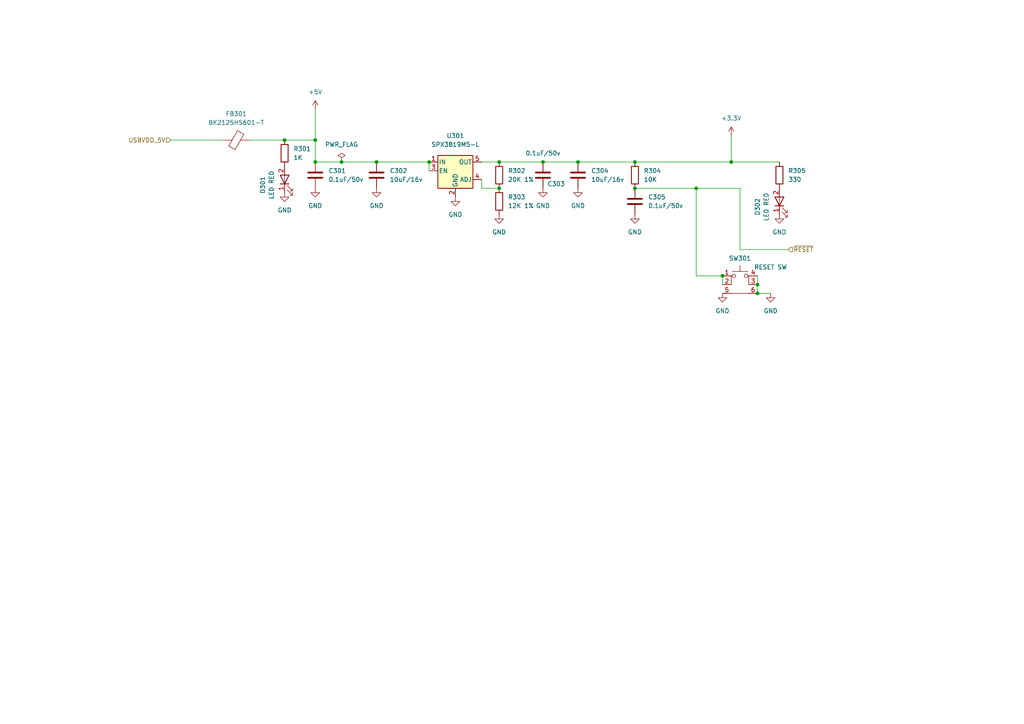
<source format=kicad_sch>
(kicad_sch (version 20230121) (generator eeschema)
  (paper "A4")
  (title_block (title "SDMUX-V4 SDCARD") (date "2023-04-26") (rev "Rev4") (company "HNZ") (comment 1 "Licensed under CC-BY-SA V4.0") (comment 2 "2023 (C) Hiroshi Nakajima <hnakamiru1103@gmail.com>"))
  (lib_symbols
    (symbol "Device:C" (pin_numbers hide) (pin_names (offset 0.254))
      (property "Reference" "C" (at 0.635 2.54 0))
      (property "Value" "C" (at 0.635 -2.54 0))
      (symbol "C_0_1"
        (polyline (pts (xy -2.032 -0.762) (xy 2.032 -0.762)) (stroke (width 0.508)))
        (polyline (pts (xy -2.032 0.762) (xy 2.032 0.762)) (stroke (width 0.508)))
      )
      (symbol "C_1_1"
        (pin passive line (at 0 3.81 270) (length 2.794) (name "~") (number "1"))
        (pin passive line (at 0 -3.81 90) (length 2.794) (name "~") (number "2"))
      )
    )
    (symbol "Device:FerriteBead" (pin_numbers hide) (pin_names (offset 0))
      (property "Reference" "FB" (at -3.81 0.635 90))
      (property "Value" "FerriteBead" (at 3.81 0 90))
      (symbol "FerriteBead_0_1"
        (polyline (pts (xy 0 -1.27) (xy 0 -1.2192)))
        (polyline (pts (xy 0 1.27) (xy 0 1.2954)))
        (polyline (pts (xy -2.7686 0.4064) (xy -1.7018 2.2606) (xy 2.7686 -0.3048) (xy 1.6764 -2.159) (xy -2.7686 0.4064)))
      )
      (symbol "FerriteBead_1_1"
        (pin passive line (at 0 3.81 270) (length 2.54) (name "~") (number "1"))
        (pin passive line (at 0 -3.81 90) (length 2.54) (name "~") (number "2"))
      )
    )
    (symbol "Device:LED" (pin_names (offset 1.016) hide)
      (property "Reference" "D" (at 0 2.54 0))
      (property "Value" "LED" (at 0 -2.54 0))
      (symbol "LED_0_1"
        (polyline (pts (xy -1.27 -1.27) (xy -1.27 1.27)) (stroke (width 0.254)))
        (polyline (pts (xy -1.27 0) (xy 1.27 0)))
        (polyline (pts (xy 1.27 -1.27) (xy 1.27 1.27) (xy -1.27 0) (xy 1.27 -1.27)) (stroke (width 0.254)))
        (polyline (pts (xy -3.048 -0.762) (xy -4.572 -2.286) (xy -3.81 -2.286) (xy -4.572 -2.286) (xy -4.572 -1.524)))
        (polyline (pts (xy -1.778 -0.762) (xy -3.302 -2.286) (xy -2.54 -2.286) (xy -3.302 -2.286) (xy -3.302 -1.524)))
      )
      (symbol "LED_1_1"
        (pin passive line (at -3.81 0 0) (length 2.54) (name "K") (number "1"))
        (pin passive line (at 3.81 0 180) (length 2.54) (name "A") (number "2"))
      )
    )
    (symbol "Device:R" (pin_numbers hide) (pin_names (offset 0))
      (property "Reference" "R" (at 2.032 0 90))
      (property "Value" "R" (at 0 0 90))
      (symbol "R_0_1"
        (rectangle (start -1.016 -2.54) (end 1.016 2.54) (stroke (width 0.254)))
      )
      (symbol "R_1_1"
        (pin passive line (at 0 3.81 270) (length 1.27) (name "~") (number "1"))
        (pin passive line (at 0 -3.81 90) (length 1.27) (name "~") (number "2"))
      )
    )
    (symbol "Regulator_Linear:SPX3819M5-L" (pin_names (offset 0.254))
      (property "Reference" "U" (at -3.81 5.715 0))
      (property "Value" "SPX3819M5-L" (at 0 5.715 0))
      (symbol "SPX3819M5-L_0_1"
        (rectangle (start -5.08 4.445) (end 5.08 -5.08) (stroke (width 0.254)) (fill (type background)))
      )
      (symbol "SPX3819M5-L_1_1"
        (pin power_in line (at -7.62 2.54 0) (length 2.54) (name "IN") (number "1"))
        (pin power_in line (at 0 -7.62 90) (length 2.54) (name "GND") (number "2"))
        (pin input line (at -7.62 0 0) (length 2.54) (name "EN") (number "3"))
        (pin input line (at 7.62 -2.54 180) (length 2.54) (name "ADJ") (number "4"))
        (pin power_out line (at 7.62 2.54 180) (length 2.54) (name "OUT") (number "5"))
      )
    )
    (symbol "power:+3.3V" (power) (pin_names (offset 0))
      (property "Value" "+3.3V" (at 0 3.556 0))
      (symbol "+3.3V_0_1"
        (polyline (pts (xy -0.762 1.27) (xy 0 2.54)))
        (polyline (pts (xy 0 0) (xy 0 2.54)))
        (polyline (pts (xy 0 2.54) (xy 0.762 1.27)))
      )
      (symbol "+3.3V_1_1"
        (pin power_in line (at 0 0 90) (length 0) hide (name "+3.3V") (number "1"))
      )
    )
    (symbol "power:+5V" (power) (pin_names (offset 0))
      (property "Value" "+5V" (at 0 3.556 0))
      (symbol "+5V_0_1"
        (polyline (pts (xy -0.762 1.27) (xy 0 2.54)))
        (polyline (pts (xy 0 0) (xy 0 2.54)))
        (polyline (pts (xy 0 2.54) (xy 0.762 1.27)))
      )
      (symbol "+5V_1_1"
        (pin power_in line (at 0 0 90) (length 0) hide (name "+5V") (number "1"))
      )
    )
    (symbol "power:GND" (power) (pin_numbers hide) (pin_names (offset 0) hide)
      (property "Value" "GND" (at 0 -3.81 0))
      (symbol "GND_0_1"
        (polyline (pts (xy 0 0) (xy 0 -1.27) (xy 1.27 -1.27) (xy 0 -2.54) (xy -1.27 -1.27) (xy 0 -1.27)))
      )
      (symbol "GND_1_1"
        (pin power_in line (at 0 0 270) (length 0) hide (name "GND") (number "1"))
      )
    )
    (symbol "power:PWR_FLAG" (power) (pin_numbers hide) (pin_names (offset 0) hide)
      (property "Value" "PWR_FLAG" (at 0 3.81 0))
      (symbol "PWR_FLAG_0_0"
        (pin power_out line (at 0 0 90) (length 0) (name "pwr") (number "1"))
      )
      (symbol "PWR_FLAG_0_1"
        (polyline (pts (xy 0 0) (xy 0 1.27) (xy -1.016 1.905) (xy 0 2.54) (xy 1.016 1.905) (xy 0 1.27)))
      )
    )
    (symbol "tbctl:3.5x2.6 Tact SW" (pin_names (offset 1.016) hide)
      (property "Reference" "SW" (at 0.635 5.715 0))
      (symbol "3.5x2.6 Tact SW_0_1"
        (circle (center -1.778 2.54) (radius 0.508))
        (polyline (pts (xy -2.54 -2.54) (xy 2.54 -2.54)))
        (polyline (pts (xy -2.286 3.81) (xy 2.286 3.81)))
        (polyline (pts (xy 0 3.81) (xy 0 5.588)))
        (polyline (pts (xy -2.54 0) (xy -2.54 2.54) (xy -2.286 2.54)))
        (polyline (pts (xy 2.54 0) (xy 2.54 2.54) (xy 2.286 2.54)))
        (circle (center 1.778 2.54) (radius 0.508))
        (pin passive line (at -5.08 2.54 0) (length 2.54) (name "1") (number "1"))
        (pin passive line (at -5.08 0 0) (length 2.54) (name "2") (number "2"))
        (pin passive line (at 5.08 0 180) (length 2.54) (name "K") (number "3"))
        (pin passive line (at 5.08 2.54 180) (length 2.54) (name "A") (number "4"))
        (pin passive line (at -5.08 -2.54 0) (length 2.54) (name "5") (number "5"))
        (pin passive line (at 5.08 -2.54 180) (length 2.54) (name "6") (number "6"))
      )
    )
  )
  (junction (at 91.44 46.99))
  (junction (at 157.48 46.99))
  (junction (at 144.78 46.99))
  (junction (at 201.93 54.61))
  (junction (at 144.78 54.61))
  (junction (at 219.71 82.55))
  (junction (at 109.22 46.99))
  (junction (at 219.71 85.09))
  (junction (at 212.09 46.99))
  (junction (at 167.64 46.99))
  (junction (at 209.55 80.01))
  (junction (at 91.44 40.64))
  (junction (at 184.15 54.61))
  (junction (at 82.55 40.64))
  (junction (at 184.15 46.99))
  (junction (at 124.46 46.99))
  (junction (at 99.06 46.99))
  (wire (pts (xy 82.55 40.64) (xy 91.44 40.64)))
  (wire (pts (xy 201.93 80.01) (xy 209.55 80.01)))
  (wire (pts (xy 91.44 46.99) (xy 91.44 40.64)))
  (wire (pts (xy 139.7 46.99) (xy 144.78 46.99)))
  (wire (pts (xy 99.06 46.99) (xy 109.22 46.99)))
  (wire (pts (xy 212.09 46.99) (xy 226.06 46.99)))
  (wire (pts (xy 201.93 54.61) (xy 201.93 80.01)))
  (wire (pts (xy 139.7 54.61) (xy 139.7 52.07)))
  (wire (pts (xy 167.64 46.99) (xy 184.15 46.99)))
  (wire (pts (xy 91.44 31.75) (xy 91.44 40.64)))
  (wire (pts (xy 82.5773 40.444) (xy 82.55 40.64)))
  (wire (pts (xy 214.63 54.61) (xy 214.63 72.39)))
  (wire (pts (xy 144.78 46.99) (xy 157.48 46.99)))
  (wire (pts (xy 49.53 40.64) (xy 64.77 40.64)))
  (wire (pts (xy 91.44 46.99) (xy 99.06 46.99)))
  (wire (pts (xy 219.71 85.09) (xy 223.52 85.09)))
  (wire (pts (xy 184.15 46.99) (xy 212.09 46.99)))
  (wire (pts (xy 124.46 46.99) (xy 124.46 49.53)))
  (wire (pts (xy 219.71 80.01) (xy 219.71 82.55)))
  (wire (pts (xy 109.22 46.99) (xy 124.46 46.99)))
  (wire (pts (xy 209.55 80.01) (xy 209.55 82.55)))
  (wire (pts (xy 72.39 40.64) (xy 82.55 40.64)))
  (wire (pts (xy 212.09 39.37) (xy 212.09 46.99)))
  (wire (pts (xy 157.48 46.99) (xy 167.64 46.99)))
  (wire (pts (xy 184.15 54.61) (xy 201.93 54.61)))
  (wire (pts (xy 144.78 54.61) (xy 139.7 54.61)))
  (wire (pts (xy 214.63 72.39) (xy 228.6 72.39)))
  (wire (pts (xy 201.93 54.61) (xy 214.63 54.61)))
  (wire (pts (xy 219.71 82.55) (xy 219.71 85.09)))
  (hierarchical_label "~{RESET}" (shape input) (at 228.6 72.39 0))
  (hierarchical_label "USBVDD_5V" (shape input) (at 49.53 40.64 180))
  (symbol (lib_id "Device:C") (at 167.64 50.8 0) (unit 1)
    (property "Reference" "C304" (at 171.45 49.5299 0) (effects (justify left)))
    (property "Value" "10uF/16v" (at 171.45 52.0699 0) (effects (justify left)))
    (property "Footprint" "Capacitor_SMD:C_0805_2012Metric_Pad1.18x1.45mm_HandSolder" (effects hide))
  )
  (symbol (lib_id "power:GND") (at 167.64 54.61 0) (unit 1)
    (property "Reference" "#PWR0308" (effects hide))
    (property "Value" "GND" (at 167.64 59.69 0))
  )
  (symbol (lib_id "Device:C") (at 184.15 58.42 0) (unit 1)
    (property "Reference" "C305" (at 187.96 57.1499 0) (effects (justify left)))
    (property "Value" "0.1uF/50v" (at 187.96 59.69 0) (effects (justify left)))
    (property "Footprint" "Capacitor_SMD:C_0603_1608Metric_Pad1.08x0.95mm_HandSolder" (effects hide))
  )
  (symbol (lib_id "power:GND") (at 157.48 54.61 0) (unit 1)
    (property "Reference" "#PWR0307" (effects hide))
    (property "Value" "GND" (at 157.48 59.69 0))
  )
  (symbol (lib_id "power:GND") (at 223.52 85.09 0) (unit 1)
    (property "Reference" "#PWR0312" (effects hide))
    (property "Value" "GND" (at 223.52 90.17 0))
  )
  (symbol (lib_id "tbctl:3.5x2.6 Tact SW") (at 214.63 82.55 0) (unit 1)
    (property "Reference" "SW301" (at 214.63 74.93 0))
    (property "Value" "RESET SW" (at 223.52 77.47 0))
    (property "Footprint" "tbctl:WS-TASV SMT Tact Switch" (effects hide))
  )
  (symbol (lib_id "Regulator_Linear:SPX3819M5-L") (at 132.08 49.53 0) (unit 1)
    (property "Reference" "U301" (at 132.08 39.37 0))
    (property "Value" "SPX3819M5-L" (at 132.08 41.91 0))
    (property "Footprint" "Package_TO_SOT_SMD:SOT-23-5" (effects hide))
    (property "Datasheet" "https://www.exar.com/content/document.ashx?id=22106&languageid=1033&type=Datasheet&partnumber=SPX3819&filename=SPX3819.pdf&part=SPX3819" (effects hide))
  )
  (symbol (lib_id "Device:FerriteBead") (at 68.58 40.64 90) (unit 1)
    (property "Reference" "FB301" (at 68.5292 33.02 90))
    (property "Value" "BK2125HS601-T" (at 68.5292 35.56 90))
    (property "Footprint" "tbctl:L_0603_1608Metric_Pad1.05x0.95mm_HandSolder" (effects hide))
  )
  (symbol (lib_id "Device:C") (at 91.44 50.8 0) (unit 1)
    (property "Reference" "C301" (at 95.25 49.5299 0) (effects (justify left)))
    (property "Value" "0.1uF/50v" (at 95.25 52.0699 0) (effects (justify left)))
    (property "Footprint" "Capacitor_SMD:C_0603_1608Metric_Pad1.08x0.95mm_HandSolder" (effects hide))
  )
  (symbol (lib_id "power:+3.3V") (at 212.09 39.37 0) (unit 1)
    (property "Reference" "#PWR0311" (effects hide))
    (property "Value" "+3.3V" (at 212.09 34.29 0))
  )
  (symbol (lib_id "power:+5V") (at 91.44 31.75 0) (unit 1)
    (property "Reference" "#PWR0302" (effects hide))
    (property "Value" "+5V" (at 91.44 26.67 0))
  )
  (symbol (lib_id "power:GND") (at 226.06 62.23 0) (unit 1)
    (property "Reference" "#PWR0313" (effects hide))
    (property "Value" "GND" (at 226.06 67.31 0))
  )
  (symbol (lib_id "Device:R") (at 226.06 50.8 0) (unit 1)
    (property "Reference" "R305" (at 228.6 49.5299 0) (effects (justify left)))
    (property "Value" "330" (at 228.6 52.0699 0) (effects (justify left)))
    (property "Footprint" "tbctl:R_0805_2012Metric_Pad1.20x1.40mm_HandSolder" (effects hide))
  )
  (symbol (lib_id "Device:C") (at 109.22 50.8 0) (unit 1)
    (property "Reference" "C302" (at 113.03 49.5299 0) (effects (justify left)))
    (property "Value" "10uF/16v" (at 113.03 52.0699 0) (effects (justify left)))
    (property "Footprint" "Capacitor_SMD:C_0805_2012Metric_Pad1.18x1.45mm_HandSolder" (effects hide))
  )
  (symbol (lib_id "power:GND") (at 144.78 62.23 0) (unit 1)
    (property "Reference" "#PWR0306" (effects hide))
    (property "Value" "GND" (at 144.78 67.31 0))
  )
  (symbol (lib_id "power:GND") (at 82.55 55.88 0) (unit 1)
    (property "Reference" "#PWR0301" (effects hide))
    (property "Value" "GND" (at 82.55 60.96 0))
  )
  (symbol (lib_id "Device:R") (at 144.78 50.8 0) (unit 1)
    (property "Reference" "R302" (at 147.32 49.5299 0) (effects (justify left)))
    (property "Value" "20K 1%" (at 147.32 52.0699 0) (effects (justify left)))
    (property "Footprint" "tbctl:R_0805_2012Metric_Pad1.20x1.40mm_HandSolder" (effects hide))
  )
  (symbol (lib_id "power:GND") (at 132.08 57.15 0) (unit 1)
    (property "Reference" "#PWR0305" (effects hide))
    (property "Value" "GND" (at 132.08 62.23 0))
  )
  (symbol (lib_id "Device:LED") (at 82.55 52.07 90) (unit 1)
    (property "Reference" "D301" (at 76.2 53.6575 0))
    (property "Value" "LED RED" (at 78.74 53.6575 0))
    (property "Footprint" "tbctl:LED_0603_1608Metric_Pad1.05x0.95mm_HandSolder" (effects hide))
  )
  (symbol (lib_id "power:GND") (at 109.22 54.61 0) (unit 1)
    (property "Reference" "#PWR0304" (effects hide))
    (property "Value" "GND" (at 109.22 59.69 0))
  )
  (symbol (lib_id "power:GND") (at 184.15 62.23 0) (unit 1)
    (property "Reference" "#PWR0309" (effects hide))
    (property "Value" "GND" (at 184.15 67.31 0))
  )
  (symbol (lib_id "Device:C") (at 157.48 50.8 0) (unit 1)
    (property "Reference" "C303" (at 158.75 53.34 0) (effects (justify left)))
    (property "Value" "0.1uF/50v" (at 152.4 44.45 0) (effects (justify left)))
    (property "Footprint" "Capacitor_SMD:C_0603_1608Metric_Pad1.08x0.95mm_HandSolder" (effects hide))
  )
  (symbol (lib_id "power:GND") (at 209.55 85.09 0) (unit 1)
    (property "Reference" "#PWR0310" (effects hide))
    (property "Value" "GND" (at 209.55 90.17 0))
  )
  (symbol (lib_id "Device:LED") (at 226.06 58.42 90) (unit 1)
    (property "Reference" "D302" (at 219.71 60.0075 0))
    (property "Value" "LED RED" (at 222.25 60.0075 0))
    (property "Footprint" "tbctl:LED_0603_1608Metric_Pad1.05x0.95mm_HandSolder" (effects hide))
  )
  (symbol (lib_id "Device:R") (at 184.15 50.8 0) (unit 1)
    (property "Reference" "R304" (at 186.69 49.5299 0) (effects (justify left)))
    (property "Value" "10K" (at 186.69 52.0699 0) (effects (justify left)))
    (property "Footprint" "tbctl:R_0805_2012Metric_Pad1.20x1.40mm_HandSolder" (effects hide))
  )
  (symbol (lib_id "Device:R") (at 82.55 44.45 0) (unit 1)
    (property "Reference" "R301" (at 85.09 43.1799 0) (effects (justify left)))
    (property "Value" "1K" (at 85.09 45.7199 0) (effects (justify left)))
    (property "Footprint" "tbctl:R_0805_2012Metric_Pad1.20x1.40mm_HandSolder" (effects hide))
  )
  (symbol (lib_id "power:GND") (at 91.44 54.61 0) (unit 1)
    (property "Reference" "#PWR0303" (effects hide))
    (property "Value" "GND" (at 91.44 59.69 0))
  )
  (symbol (lib_id "power:PWR_FLAG") (at 99.06 46.99 0) (unit 1)
    (property "Reference" "#FLG0301" (effects hide))
    (property "Value" "PWR_FLAG" (at 99.06 41.91 0))
  )
  (symbol (lib_id "Device:R") (at 144.78 58.42 0) (unit 1)
    (property "Reference" "R303" (at 147.32 57.1499 0) (effects (justify left)))
    (property "Value" "12K 1%" (at 147.32 59.6899 0) (effects (justify left)))
    (property "Footprint" "tbctl:R_0805_2012Metric_Pad1.20x1.40mm_HandSolder" (effects hide))
  )
)
</source>
